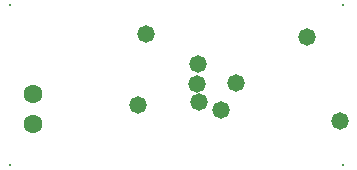
<source format=gbs>
G04*
G04 #@! TF.GenerationSoftware,Altium Limited,Altium Designer,21.5.1 (32)*
G04*
G04 Layer_Color=16711935*
%FSLAX25Y25*%
%MOIN*%
G70*
G04*
G04 #@! TF.SameCoordinates,CCD3DE6C-E2ED-4FCE-8E5A-4F3322D5B5BE*
G04*
G04*
G04 #@! TF.FilePolarity,Negative*
G04*
G01*
G75*
%ADD25C,0.06312*%
%ADD26C,0.00800*%
%ADD27C,0.05800*%
D25*
X118898Y131732D02*
D03*
Y141732D02*
D03*
D26*
X111024Y171260D02*
D03*
Y118110D02*
D03*
X222047Y171260D02*
D03*
Y118110D02*
D03*
D27*
X174016Y138976D02*
D03*
X186614Y145276D02*
D03*
X173379Y145178D02*
D03*
X221260Y132677D02*
D03*
X210236Y160630D02*
D03*
X156299Y161811D02*
D03*
X153937Y138189D02*
D03*
X173622Y151575D02*
D03*
X181496Y136221D02*
D03*
M02*

</source>
